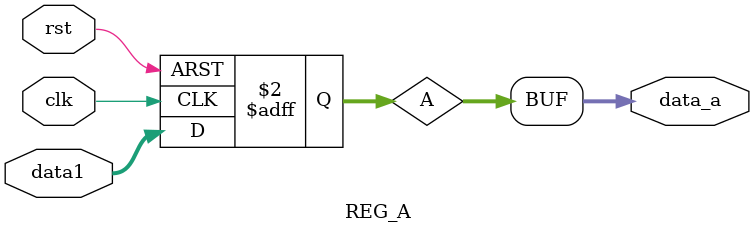
<source format=v>
`timescale 1ns / 1ps


module REG_A(
    input clk,
    input rst,
    input [31:0] data1,
    output [31:0] data_a
    );
    reg [31:0] A;
    assign data_a = A;
    always@(posedge clk or posedge rst) begin
        if(rst) A<=0;
        else A<=data1;
    end
endmodule

</source>
